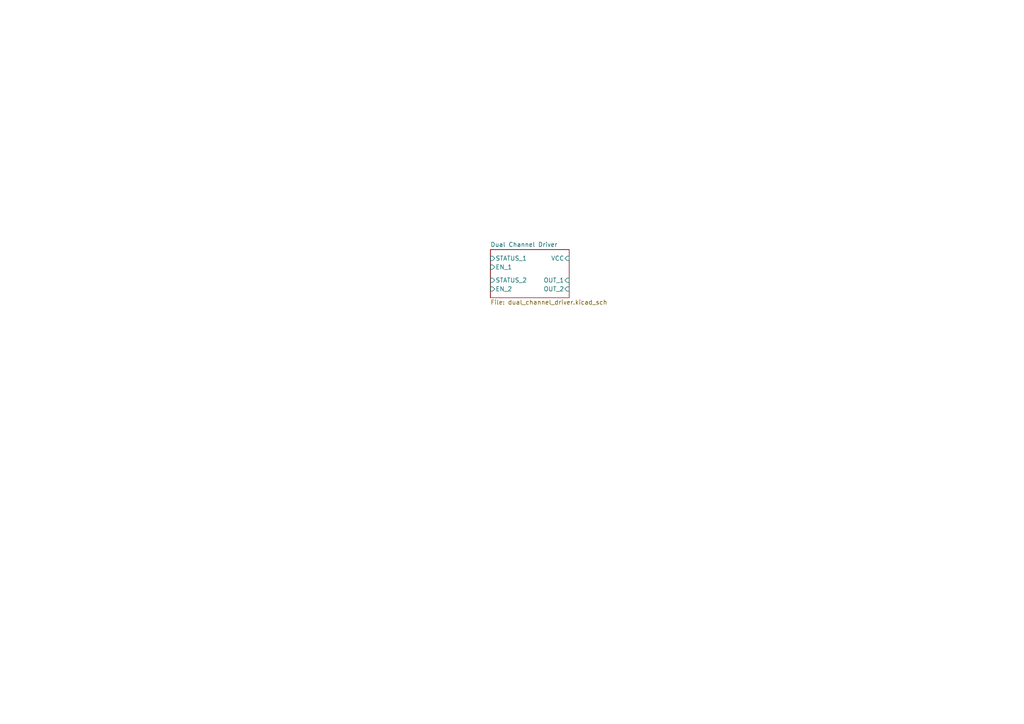
<source format=kicad_sch>
(kicad_sch (version 20211123) (generator eeschema)
  (paper "A4")
  (lib_symbols)
  (sheet (at 142.24 72.39) (size 22.86 13.97) (stroke (width 0.1524))
    (property "Sheet name" "Dual Channel Driver" (at 142.24 71.6784 0) (effects (justify left bottom)))
    (property "Sheet file" "dual_channel_driver.kicad_sch" (at 142.24 86.9446 0) (effects (justify left top)))
    (pin "EN_2" input (at 142.24 83.82 180))
    (pin "STATUS_2" input (at 142.24 81.28 180))
    (pin "VCC" input (at 165.1 74.93 0))
    (pin "OUT_1" input (at 165.1 81.28 0))
    (pin "OUT_2" input (at 165.1 83.82 0))
    (pin "EN_1" input (at 142.24 77.47 180))
    (pin "STATUS_1" input (at 142.24 74.93 180))
  )
)
</source>
